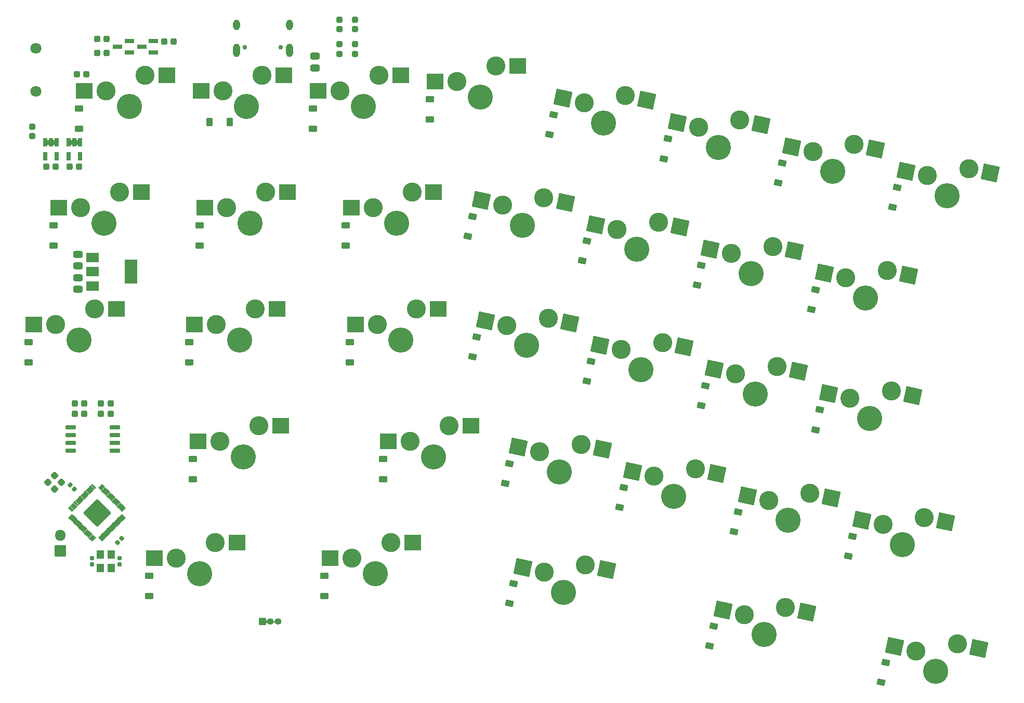
<source format=gbs>
G04 #@! TF.GenerationSoftware,KiCad,Pcbnew,(6.0.9)*
G04 #@! TF.CreationDate,2022-11-10T21:17:25+01:00*
G04 #@! TF.ProjectId,arisu,61726973-752e-46b6-9963-61645f706362,1.1*
G04 #@! TF.SameCoordinates,Original*
G04 #@! TF.FileFunction,Soldermask,Bot*
G04 #@! TF.FilePolarity,Negative*
%FSLAX46Y46*%
G04 Gerber Fmt 4.6, Leading zero omitted, Abs format (unit mm)*
G04 Created by KiCad (PCBNEW (6.0.9)) date 2022-11-10 21:17:25*
%MOMM*%
%LPD*%
G01*
G04 APERTURE LIST*
G04 Aperture macros list*
%AMRoundRect*
0 Rectangle with rounded corners*
0 $1 Rounding radius*
0 $2 $3 $4 $5 $6 $7 $8 $9 X,Y pos of 4 corners*
0 Add a 4 corners polygon primitive as box body*
4,1,4,$2,$3,$4,$5,$6,$7,$8,$9,$2,$3,0*
0 Add four circle primitives for the rounded corners*
1,1,$1+$1,$2,$3*
1,1,$1+$1,$4,$5*
1,1,$1+$1,$6,$7*
1,1,$1+$1,$8,$9*
0 Add four rect primitives between the rounded corners*
20,1,$1+$1,$2,$3,$4,$5,0*
20,1,$1+$1,$4,$5,$6,$7,0*
20,1,$1+$1,$6,$7,$8,$9,0*
20,1,$1+$1,$8,$9,$2,$3,0*%
G04 Aperture macros list end*
%ADD10RoundRect,0.051000X0.600000X-0.450000X0.600000X0.450000X-0.600000X0.450000X-0.600000X-0.450000X0*%
%ADD11RoundRect,0.051000X0.493328X-0.564913X0.680449X0.315419X-0.493328X0.564913X-0.680449X-0.315419X0*%
%ADD12RoundRect,0.051000X-1.000000X-0.750000X1.000000X-0.750000X1.000000X0.750000X-1.000000X0.750000X0*%
%ADD13RoundRect,0.051000X-1.000000X-1.900000X1.000000X-1.900000X1.000000X1.900000X-1.000000X1.900000X0*%
%ADD14RoundRect,0.276000X0.250000X-0.225000X0.250000X0.225000X-0.250000X0.225000X-0.250000X-0.225000X0*%
%ADD15RoundRect,0.276000X0.225000X0.250000X-0.225000X0.250000X-0.225000X-0.250000X0.225000X-0.250000X0*%
%ADD16RoundRect,0.276000X-0.225000X-0.250000X0.225000X-0.250000X0.225000X0.250000X-0.225000X0.250000X0*%
%ADD17O,1.102000X2.202000*%
%ADD18O,1.102000X1.702000*%
%ADD19C,0.752000*%
%ADD20RoundRect,0.051000X-0.500000X0.650000X-0.500000X-0.650000X0.500000X-0.650000X0.500000X0.650000X0*%
%ADD21RoundRect,0.301000X-0.475000X0.250000X-0.475000X-0.250000X0.475000X-0.250000X0.475000X0.250000X0*%
%ADD22RoundRect,0.301000X0.475000X-0.250000X0.475000X0.250000X-0.475000X0.250000X-0.475000X-0.250000X0*%
%ADD23RoundRect,0.191000X-0.021213X0.219203X-0.219203X0.021213X0.021213X-0.219203X0.219203X-0.021213X0*%
%ADD24RoundRect,0.191000X0.170000X-0.140000X0.170000X0.140000X-0.170000X0.140000X-0.170000X-0.140000X0*%
%ADD25RoundRect,0.191000X0.219203X0.021213X0.021213X0.219203X-0.219203X-0.021213X-0.021213X-0.219203X0*%
%ADD26RoundRect,0.201000X0.650000X0.150000X-0.650000X0.150000X-0.650000X-0.150000X0.650000X-0.150000X0*%
%ADD27RoundRect,0.201000X0.587500X0.150000X-0.587500X0.150000X-0.587500X-0.150000X0.587500X-0.150000X0*%
%ADD28RoundRect,0.201000X-0.150000X0.512500X-0.150000X-0.512500X0.150000X-0.512500X0.150000X0.512500X0*%
%ADD29C,0.902000*%
%ADD30RoundRect,0.051000X-1.275000X-1.250000X1.275000X-1.250000X1.275000X1.250000X-1.275000X1.250000X0*%
%ADD31C,3.102000*%
%ADD32C,4.102000*%
%ADD33C,0.702000*%
%ADD34RoundRect,0.195000X0.000000X2.059095X-2.059095X0.000000X0.000000X-2.059095X2.059095X0.000000X0*%
%ADD35RoundRect,0.101000X-0.238649X0.309359X-0.309359X0.238649X0.238649X-0.309359X0.309359X-0.238649X0*%
%ADD36RoundRect,0.101000X0.238649X0.309359X-0.309359X-0.238649X-0.238649X-0.309359X0.309359X0.238649X0*%
%ADD37RoundRect,0.051000X-1.507028X-0.957597X0.987249X-1.487772X1.507028X0.957597X-0.987249X1.487772X0*%
%ADD38C,1.802000*%
%ADD39RoundRect,0.051000X0.850000X0.850000X-0.850000X0.850000X-0.850000X-0.850000X0.850000X-0.850000X0*%
%ADD40O,1.802000X1.802000*%
%ADD41RoundRect,0.051000X0.450000X0.600000X-0.450000X0.600000X-0.450000X-0.600000X0.450000X-0.600000X0*%
%ADD42RoundRect,0.276000X-0.335876X-0.017678X-0.017678X-0.335876X0.335876X0.017678X0.017678X0.335876X0*%
%ADD43RoundRect,0.051000X0.500000X-0.500000X0.500000X0.500000X-0.500000X0.500000X-0.500000X-0.500000X0*%
%ADD44O,1.102000X1.102000*%
%ADD45RoundRect,0.191000X-0.170000X0.140000X-0.170000X-0.140000X0.170000X-0.140000X0.170000X0.140000X0*%
G04 APERTURE END LIST*
D10*
X74550001Y-90770002D03*
X74550001Y-87470002D03*
D11*
X125691173Y-59120261D03*
X126377281Y-55892373D03*
D12*
X27250001Y-59250001D03*
X27250001Y-56950001D03*
D13*
X33550001Y-56950001D03*
D12*
X27250001Y-54650001D03*
D14*
X67490000Y-17417860D03*
X67490000Y-15867860D03*
D15*
X26275001Y-24750001D03*
X24725001Y-24750001D03*
D11*
X126388840Y-78744155D03*
X127074948Y-75516267D03*
D10*
X82190001Y-32119615D03*
X82190001Y-28819615D03*
X16812502Y-71720000D03*
X16812502Y-68420000D03*
D16*
X24396575Y-78430910D03*
X25946575Y-78430910D03*
D11*
X144324884Y-63080986D03*
X145010992Y-59853098D03*
D17*
X59320000Y-20860021D03*
D18*
X59320000Y-16680021D03*
X50680000Y-16680021D03*
D17*
X50680000Y-20860021D03*
D19*
X57890000Y-20360021D03*
X52110000Y-20360021D03*
D20*
X30314214Y-103069596D03*
X30314214Y-105269596D03*
X28514214Y-105269596D03*
X28514214Y-103069596D03*
D15*
X40475000Y-19400000D03*
X38925000Y-19400000D03*
D21*
X24900003Y-54100000D03*
X24900003Y-56000000D03*
D11*
X120335123Y-38506184D03*
X121021231Y-35278296D03*
D22*
X63500002Y-23700001D03*
X63500002Y-21800001D03*
D15*
X29574999Y-19000001D03*
X28024999Y-19000001D03*
D11*
X138968836Y-42466902D03*
X139654944Y-39239014D03*
D23*
X32016367Y-100436073D03*
X31337545Y-101114895D03*
D11*
X127784195Y-117991910D03*
X128470303Y-114764022D03*
D16*
X19725002Y-39850001D03*
X21275002Y-39850001D03*
D21*
X24900001Y-57899999D03*
X24900001Y-59799999D03*
D11*
X150378631Y-103318950D03*
X151064739Y-100091062D03*
D10*
X36462501Y-109819999D03*
X36462501Y-106519999D03*
D24*
X27151474Y-104649598D03*
X27151474Y-103689598D03*
D15*
X29575001Y-21249999D03*
X28025001Y-21249999D03*
D11*
X157602547Y-46427616D03*
X158288655Y-43199728D03*
D25*
X24339412Y-92389412D03*
X23660590Y-91710590D03*
D10*
X63140001Y-33620001D03*
X63140001Y-30320001D03*
D26*
X30892895Y-82324186D03*
X30892895Y-83594186D03*
X30892895Y-84864186D03*
X30892895Y-86134186D03*
X23692895Y-86134186D03*
X23692895Y-84864186D03*
X23692895Y-83594186D03*
X23692895Y-82324186D03*
D14*
X70000000Y-21427859D03*
X70000000Y-19877859D03*
D11*
X131744921Y-99358223D03*
X132431029Y-96130335D03*
D27*
X33237502Y-19300001D03*
X33237502Y-21200001D03*
X31362502Y-20250001D03*
D10*
X44690003Y-52670000D03*
X44690003Y-49370000D03*
D16*
X28639216Y-80127966D03*
X30189216Y-80127966D03*
D10*
X69200003Y-71719999D03*
X69200003Y-68419999D03*
D11*
X107755131Y-74783427D03*
X108441239Y-71555539D03*
D28*
X23350001Y-35862500D03*
X24300001Y-35862500D03*
X25250001Y-35862500D03*
X25250001Y-38137500D03*
X23350001Y-38137500D03*
D11*
X107057463Y-55159533D03*
X107743571Y-51931645D03*
X88423753Y-51198807D03*
X89109861Y-47970919D03*
D16*
X23525001Y-39850000D03*
X25075001Y-39850000D03*
D10*
X43006249Y-71720001D03*
X43006249Y-68420001D03*
D14*
X67490000Y-21427859D03*
X67490000Y-19877859D03*
X70000000Y-17417860D03*
X70000000Y-15867860D03*
D11*
X113111214Y-95397496D03*
X113797322Y-92169608D03*
D29*
X70700001Y-66070001D03*
X69450001Y-64820001D03*
X69450001Y-66070001D03*
X70700001Y-64820001D03*
D30*
X70090001Y-65530001D03*
D29*
X84200001Y-62320001D03*
D30*
X83540001Y-62990001D03*
D29*
X82950001Y-62320001D03*
X84200001Y-63570001D03*
X82950001Y-63570001D03*
D31*
X73640001Y-65530001D03*
D32*
X77450001Y-68070001D03*
D31*
X79990001Y-62990001D03*
D29*
X44506250Y-64820001D03*
D30*
X43896250Y-65530001D03*
D29*
X43256250Y-64820001D03*
X43256250Y-66070001D03*
X44506250Y-66070001D03*
X56756250Y-62320001D03*
X56756250Y-63570001D03*
X58006250Y-62320001D03*
D30*
X57346250Y-62990001D03*
D29*
X58006250Y-63570001D03*
D31*
X53796250Y-62990001D03*
X47446250Y-65530001D03*
D32*
X51256250Y-68070001D03*
D33*
X28000001Y-94446878D03*
D34*
X28000001Y-96250000D03*
D33*
X28000001Y-98053122D03*
X26196879Y-96250000D03*
X28000001Y-96250000D03*
X27098440Y-97151561D03*
X28901562Y-95348439D03*
X28901562Y-97151561D03*
X27098440Y-95348439D03*
X29803123Y-96250000D03*
D35*
X27407799Y-91980843D03*
X27124956Y-92263686D03*
X26842114Y-92546528D03*
X26559271Y-92829371D03*
X26276428Y-93112214D03*
X25993586Y-93395056D03*
X25710743Y-93677899D03*
X25427900Y-93960742D03*
X25145057Y-94243585D03*
X24862215Y-94526427D03*
X24579372Y-94809270D03*
X24296529Y-95092113D03*
X24013687Y-95374955D03*
X23730844Y-95657798D03*
D36*
X23730844Y-96842202D03*
X24013687Y-97125045D03*
X24296529Y-97407887D03*
X24579372Y-97690730D03*
X24862215Y-97973573D03*
X25145057Y-98256415D03*
X25427900Y-98539258D03*
X25710743Y-98822101D03*
X25993586Y-99104944D03*
X26276428Y-99387786D03*
X26559271Y-99670629D03*
X26842114Y-99953472D03*
X27124956Y-100236314D03*
X27407799Y-100519157D03*
D35*
X28592203Y-100519157D03*
X28875046Y-100236314D03*
X29157888Y-99953472D03*
X29440731Y-99670629D03*
X29723574Y-99387786D03*
X30006416Y-99104944D03*
X30289259Y-98822101D03*
X30572102Y-98539258D03*
X30854945Y-98256415D03*
X31137787Y-97973573D03*
X31420630Y-97690730D03*
X31703473Y-97407887D03*
X31986315Y-97125045D03*
X32269158Y-96842202D03*
D36*
X32269158Y-95657798D03*
X31986315Y-95374955D03*
X31703473Y-95092113D03*
X31420630Y-94809270D03*
X31137787Y-94526427D03*
X30854945Y-94243585D03*
X30572102Y-93960742D03*
X30289259Y-93677899D03*
X30006416Y-93395056D03*
X29723574Y-93112214D03*
X29440731Y-92829371D03*
X29157888Y-92546528D03*
X28875046Y-92263686D03*
X28592203Y-91980843D03*
D10*
X25040002Y-33620002D03*
X25040002Y-30320002D03*
D29*
X66537501Y-102920003D03*
X66537501Y-104170003D03*
D30*
X65927501Y-103630003D03*
D29*
X65287501Y-104170003D03*
X65287501Y-102920003D03*
X78787501Y-101670003D03*
D30*
X79377501Y-101090003D03*
D29*
X78787501Y-100420003D03*
X80037501Y-100420003D03*
X80037501Y-101670003D03*
D32*
X73287501Y-106170003D03*
D31*
X75827501Y-101090003D03*
X69477501Y-103630003D03*
D29*
X45590000Y-27970001D03*
X44340000Y-27970001D03*
D30*
X44980000Y-27430001D03*
D29*
X44340000Y-26720001D03*
X45590000Y-26720001D03*
X57840000Y-25470001D03*
X57840000Y-24220001D03*
D30*
X58430000Y-24890001D03*
D29*
X59090000Y-25470001D03*
X59090000Y-24220001D03*
D32*
X52340000Y-29970001D03*
D31*
X54880000Y-24890001D03*
X48530000Y-27430001D03*
D37*
X128546364Y-72874460D03*
D29*
X127808078Y-73269596D03*
X128067967Y-72046912D03*
X129030762Y-73529486D03*
X129290652Y-72306801D03*
X141532849Y-73631035D03*
X143015424Y-72668240D03*
D37*
X142230545Y-73186377D03*
D29*
X142755534Y-73890925D03*
X141792739Y-72408351D03*
D32*
X135217435Y-76889185D03*
D31*
X132018788Y-73612547D03*
X138758121Y-72448291D03*
D29*
X114530452Y-89922939D03*
X115753136Y-90182829D03*
D37*
X115268738Y-89527803D03*
D29*
X116013026Y-88960144D03*
X114790341Y-88700255D03*
D37*
X128952919Y-89839720D03*
D29*
X128255223Y-90284378D03*
X128515113Y-89061694D03*
X129737798Y-89321583D03*
X129477908Y-90544268D03*
D31*
X118741162Y-90265890D03*
D32*
X121939809Y-93542528D03*
D31*
X125480495Y-89101634D03*
D29*
X147924362Y-76267530D03*
D37*
X147180074Y-76835189D03*
D29*
X146701677Y-76007641D03*
X147664472Y-77490215D03*
X146441788Y-77230325D03*
X160426449Y-76369080D03*
D37*
X160864255Y-77147106D03*
D29*
X161649134Y-76628969D03*
X160166559Y-77591764D03*
X161389244Y-77851654D03*
D31*
X150652498Y-77573276D03*
D32*
X153851145Y-80849914D03*
D31*
X157391831Y-76409020D03*
D29*
X129463324Y-111294667D03*
X130426119Y-112777241D03*
D37*
X129941721Y-112122215D03*
D29*
X130686009Y-111554556D03*
X129203435Y-112517351D03*
X143188096Y-111656106D03*
D37*
X143625902Y-112434132D03*
D29*
X144150891Y-113138680D03*
X142928206Y-112878790D03*
X144410781Y-111915995D03*
D31*
X133414145Y-112860302D03*
D32*
X136612792Y-116136940D03*
D31*
X140153478Y-111696046D03*
D29*
X147226697Y-56643637D03*
X145744123Y-57606432D03*
X146966807Y-57866322D03*
X146004012Y-56383748D03*
D37*
X146482409Y-57211296D03*
D29*
X159468894Y-57967871D03*
X160691579Y-58227761D03*
D37*
X160166590Y-57523213D03*
D29*
X159728784Y-56745187D03*
X160951469Y-57005076D03*
D31*
X149954833Y-57949383D03*
X156694166Y-56785127D03*
D32*
X153153480Y-61226021D03*
D29*
X157154007Y-118458422D03*
X158636581Y-117495627D03*
X158376691Y-118718312D03*
X157413896Y-117235738D03*
D37*
X157892293Y-118063286D03*
D29*
X172101463Y-119079751D03*
X170878778Y-118819861D03*
X172361353Y-117857066D03*
X171138668Y-117597177D03*
D37*
X171576474Y-118375203D03*
D32*
X164563364Y-122078011D03*
D31*
X161364717Y-118801373D03*
X168104050Y-117637117D03*
D29*
X127110413Y-53645704D03*
X127370302Y-52423020D03*
D37*
X127848699Y-53250568D03*
D29*
X128333097Y-53905594D03*
X128592987Y-52682909D03*
X141095074Y-52784459D03*
X142057869Y-54267033D03*
X140835184Y-54007143D03*
X142317759Y-53044348D03*
D37*
X141532880Y-53562485D03*
D31*
X131321123Y-53988655D03*
D32*
X134519770Y-57265293D03*
D31*
X138060456Y-52824399D03*
D29*
X121754360Y-33031625D03*
X122977044Y-33291515D03*
D37*
X122492646Y-32636489D03*
D29*
X122014249Y-31808941D03*
X123236934Y-32068830D03*
X136961706Y-32430269D03*
X135479131Y-33393064D03*
X135739021Y-32170380D03*
X136701816Y-33652954D03*
D37*
X136176827Y-32948406D03*
D31*
X125965070Y-33374576D03*
X132704403Y-32210320D03*
D32*
X129163717Y-36651214D03*
D14*
X17400000Y-34825001D03*
X17400000Y-33275001D03*
D29*
X17062501Y-66070000D03*
X17062501Y-64820000D03*
D30*
X17702501Y-65530000D03*
D29*
X18312501Y-64820000D03*
X18312501Y-66070000D03*
D30*
X31152501Y-62990000D03*
D29*
X30562501Y-62320000D03*
X31812501Y-62320000D03*
X30562501Y-63570000D03*
X31812501Y-63570000D03*
D31*
X27602501Y-62990000D03*
X21252501Y-65530000D03*
D32*
X25062501Y-68070000D03*
D38*
X18000000Y-20500000D03*
X18000000Y-27500000D03*
D30*
X21767498Y-46480002D03*
D29*
X22377498Y-45770002D03*
X21127498Y-47020002D03*
X22377498Y-47020002D03*
X21127498Y-45770002D03*
X34627498Y-44520002D03*
D30*
X35217498Y-43940002D03*
D29*
X35877498Y-44520002D03*
X35877498Y-43270002D03*
X34627498Y-43270002D03*
D32*
X29127498Y-49020002D03*
D31*
X25317498Y-46480002D03*
X31667498Y-43940002D03*
D16*
X24396576Y-80127966D03*
X25946576Y-80127966D03*
D10*
X68500001Y-52670002D03*
X68500001Y-49370002D03*
D39*
X22014923Y-102500000D03*
D40*
X22014923Y-99960000D03*
D11*
X89121422Y-70822701D03*
X89807530Y-67594813D03*
X95175204Y-111060657D03*
X95861312Y-107832769D03*
D41*
X49650002Y-32500002D03*
X46350002Y-32500002D03*
D11*
X94477504Y-91436770D03*
X95163612Y-88208882D03*
X101701413Y-34545466D03*
X102387521Y-31317578D03*
X145022552Y-82704882D03*
X145708660Y-79476994D03*
D10*
X20877501Y-52669999D03*
X20877501Y-49369999D03*
D29*
X83690002Y-26469612D03*
X82440002Y-26469612D03*
X82440002Y-25219612D03*
D30*
X83080002Y-25929612D03*
D29*
X83690002Y-25219612D03*
X95940002Y-22719612D03*
D30*
X96530002Y-23389612D03*
D29*
X97190002Y-23969612D03*
X97190002Y-22719612D03*
X95940002Y-23969612D03*
D32*
X90440002Y-28469612D03*
D31*
X86630002Y-25929612D03*
X92980002Y-23389612D03*
D29*
X64640001Y-26720000D03*
X64640001Y-27970000D03*
X63390001Y-26720000D03*
X63390001Y-27970000D03*
D30*
X64030001Y-27430000D03*
X77480001Y-24890000D03*
D29*
X76890001Y-24220000D03*
X76890001Y-25470000D03*
X78140001Y-25470000D03*
X78140001Y-24220000D03*
D31*
X67580001Y-27430000D03*
D32*
X71390001Y-29970000D03*
D31*
X73930001Y-24890000D03*
D29*
X109434257Y-68086187D03*
X110656942Y-68346076D03*
D37*
X109912654Y-68913735D03*
D29*
X110397052Y-69568761D03*
X109174368Y-69308871D03*
X124121824Y-69930200D03*
X122899139Y-69670310D03*
D37*
X123596835Y-69225652D03*
D29*
X123159029Y-68447626D03*
X124381714Y-68707515D03*
D32*
X116583725Y-72928460D03*
D31*
X113385078Y-69651822D03*
X120124411Y-68487566D03*
D29*
X108476702Y-49684975D03*
D37*
X109214988Y-49289839D03*
D29*
X109699386Y-49944865D03*
X109959276Y-48722180D03*
X108736591Y-48462291D03*
X122201473Y-50046414D03*
X123684048Y-49083619D03*
D37*
X122899169Y-49601756D03*
D29*
X123424158Y-50306304D03*
X122461363Y-48823730D03*
D31*
X112687412Y-50027926D03*
X119426745Y-48863670D03*
D32*
X115886059Y-53304564D03*
D29*
X96854330Y-104363415D03*
X98077015Y-104623304D03*
X96594441Y-105586099D03*
X97817125Y-105845989D03*
D37*
X97332727Y-105190963D03*
X111016908Y-105502880D03*
D29*
X111801787Y-104984743D03*
X110319212Y-105947538D03*
X110579102Y-104724854D03*
X111541897Y-106207428D03*
D31*
X100805151Y-105929050D03*
X107544484Y-104764794D03*
D32*
X104003798Y-109205688D03*
D29*
X74800002Y-83870001D03*
D30*
X75440002Y-84580001D03*
D29*
X76050002Y-85120001D03*
X76050002Y-83870001D03*
X74800002Y-85120001D03*
D30*
X88890002Y-82040001D03*
D29*
X89550002Y-82620001D03*
X88300002Y-82620001D03*
X89550002Y-81370001D03*
X88300002Y-81370001D03*
D31*
X85340002Y-82040001D03*
D32*
X82800002Y-87120001D03*
D31*
X78990002Y-84580001D03*
D29*
X44940001Y-45770002D03*
X46190001Y-45770002D03*
X46190001Y-47020002D03*
X44940001Y-47020002D03*
D30*
X45580001Y-46480002D03*
X59030001Y-43940002D03*
D29*
X59690001Y-43270002D03*
X58440001Y-44520002D03*
X59690001Y-44520002D03*
X58440001Y-43270002D03*
D31*
X55480001Y-43940002D03*
D32*
X52940001Y-49020002D03*
D31*
X49130001Y-46480002D03*
D29*
X95896740Y-85962213D03*
X97379314Y-84999418D03*
D37*
X96635026Y-85567077D03*
D29*
X96156629Y-84739529D03*
X97119424Y-86222103D03*
X109621511Y-86323652D03*
X111104086Y-85360857D03*
D37*
X110319207Y-85878994D03*
D29*
X110844196Y-86583542D03*
X109881401Y-85100968D03*
D32*
X103306097Y-89581802D03*
D31*
X100107450Y-86305164D03*
X106846783Y-85140908D03*
D29*
X89842993Y-45724251D03*
X91325567Y-44761456D03*
D37*
X90581279Y-45329115D03*
D29*
X91065677Y-45984141D03*
X90102882Y-44501567D03*
X105050339Y-45122895D03*
X104790449Y-46345580D03*
X103567764Y-46085690D03*
X103827654Y-44863006D03*
D37*
X104265460Y-45641032D03*
D31*
X94053703Y-46067202D03*
D32*
X97252350Y-49343840D03*
D31*
X100793036Y-44902946D03*
D29*
X45093752Y-85120001D03*
X43843752Y-83870001D03*
X45093752Y-83870001D03*
X43843752Y-85120001D03*
D30*
X44483752Y-84580001D03*
X57933752Y-82040001D03*
D29*
X58593752Y-82620001D03*
X57343752Y-81370001D03*
X58593752Y-81370001D03*
X57343752Y-82620001D03*
D31*
X48033752Y-84580001D03*
X54383752Y-82040001D03*
D32*
X51843752Y-87120001D03*
D37*
X103858936Y-28675772D03*
D29*
X103380539Y-27848224D03*
X104603224Y-28108113D03*
X103120650Y-29070908D03*
X104343334Y-29330798D03*
X118327996Y-28469552D03*
X116845421Y-29432347D03*
D37*
X117543117Y-28987689D03*
D29*
X118068106Y-29692237D03*
X117105311Y-28209663D03*
D31*
X107331360Y-29413859D03*
X114070693Y-28249603D03*
D32*
X110530007Y-32690497D03*
D29*
X26540001Y-26720003D03*
X26540001Y-27970003D03*
X25290001Y-27970003D03*
D30*
X25930001Y-27430003D03*
D29*
X25290001Y-26720003D03*
X40040001Y-25470003D03*
X38790001Y-24220003D03*
X38790001Y-25470003D03*
D30*
X39380001Y-24890003D03*
D29*
X40040001Y-24220003D03*
D31*
X29480001Y-27430003D03*
D32*
X33290001Y-29970003D03*
D31*
X35830001Y-24890003D03*
D10*
X65037500Y-109820002D03*
X65037500Y-106520002D03*
D29*
X70000001Y-45769999D03*
X68750001Y-47019999D03*
X70000001Y-47019999D03*
X68750001Y-45769999D03*
D30*
X69390001Y-46479999D03*
D29*
X82250001Y-43269999D03*
X83500001Y-44519999D03*
X83500001Y-43269999D03*
D30*
X82840001Y-43939999D03*
D29*
X82250001Y-44519999D03*
D32*
X76750001Y-49019999D03*
D31*
X72940001Y-46479999D03*
X79290001Y-43939999D03*
D15*
X30189214Y-78430910D03*
X28639214Y-78430910D03*
D42*
X19956661Y-91317932D03*
X21052677Y-92413948D03*
D30*
X37352503Y-103629999D03*
D29*
X37962503Y-102919999D03*
X37962503Y-104169999D03*
X36712503Y-102919999D03*
X36712503Y-104169999D03*
X50212503Y-101669999D03*
X51462503Y-100419999D03*
X51462503Y-101669999D03*
D30*
X50802503Y-101089999D03*
D29*
X50212503Y-100419999D03*
D31*
X40902503Y-103629999D03*
X47252503Y-101089999D03*
D32*
X44712503Y-106169999D03*
D42*
X21088032Y-90186559D03*
X22184048Y-91282575D03*
D29*
X141870647Y-36029549D03*
D37*
X141126359Y-36597208D03*
D29*
X140388073Y-36992344D03*
X141610757Y-37252234D03*
X140647962Y-35769660D03*
X155335529Y-37613673D03*
X155595419Y-36390988D03*
X154372734Y-36131099D03*
X154112844Y-37353783D03*
D37*
X154810540Y-36909125D03*
D31*
X151338116Y-36171039D03*
D32*
X147797430Y-40611933D03*
D31*
X144598783Y-37335295D03*
D10*
X43593750Y-90769997D03*
X43593750Y-87469997D03*
D28*
X19550000Y-35862501D03*
X20500000Y-35862501D03*
X21450000Y-35862501D03*
X21450000Y-38137501D03*
X19550000Y-38137501D03*
D43*
X54960000Y-114000000D03*
D44*
X56230000Y-114000000D03*
X57500000Y-114000000D03*
D37*
X133902446Y-93488531D03*
D29*
X133424049Y-92660983D03*
X134646734Y-92920872D03*
X133164160Y-93883667D03*
X134386844Y-94143557D03*
D37*
X147586627Y-93800448D03*
D29*
X148111616Y-94504996D03*
X147148821Y-93022422D03*
X146888931Y-94245106D03*
X148371506Y-93282311D03*
D31*
X144114203Y-93062362D03*
X137374870Y-94226618D03*
D32*
X140573517Y-97503256D03*
D29*
X92023234Y-64385350D03*
X90540660Y-65348145D03*
D37*
X91278946Y-64953009D03*
D29*
X90800549Y-64125461D03*
X91763344Y-65608035D03*
X105748006Y-64746789D03*
X105488116Y-65969474D03*
X104265431Y-65709584D03*
X104525321Y-64486900D03*
D37*
X104963127Y-65264926D03*
D31*
X94751370Y-65691096D03*
D32*
X97950017Y-68967734D03*
D31*
X101490703Y-64526840D03*
D37*
X152536156Y-97449257D03*
D29*
X152057759Y-96621709D03*
X153280444Y-96881598D03*
X151797870Y-97844393D03*
X153020554Y-98104283D03*
D37*
X166220337Y-97761174D03*
D29*
X165782531Y-96983148D03*
X166745326Y-98465722D03*
X165522641Y-98205832D03*
X167005216Y-97243037D03*
D32*
X159207227Y-101463982D03*
D31*
X156008580Y-98187344D03*
X162747913Y-97023088D03*
D11*
X155734770Y-123932979D03*
X156420878Y-120705091D03*
D29*
X160504359Y-39990265D03*
X159281674Y-39730376D03*
X159021785Y-40953060D03*
D37*
X159760071Y-40557924D03*
D29*
X160244469Y-41212950D03*
D37*
X173444252Y-40869841D03*
D29*
X173006446Y-40091815D03*
X172746556Y-41314499D03*
X173969241Y-41574389D03*
X174229131Y-40351704D03*
D31*
X169971828Y-40131755D03*
X163232495Y-41296011D03*
D32*
X166431142Y-44572649D03*
D45*
X31676957Y-103689595D03*
X31676957Y-104649595D03*
D27*
X37137500Y-19300001D03*
X37137500Y-21200001D03*
X35262500Y-20250001D03*
G36*
X55512919Y-113677494D02*
G01*
X55532595Y-113744506D01*
X55584938Y-113789861D01*
X55653491Y-113799718D01*
X55716647Y-113770875D01*
X55736702Y-113748677D01*
X55746422Y-113734846D01*
X55748236Y-113734004D01*
X55749872Y-113735154D01*
X55749906Y-113736761D01*
X55699724Y-113857913D01*
X55681017Y-114000000D01*
X55699724Y-114142087D01*
X55747659Y-114257814D01*
X55747398Y-114259797D01*
X55745550Y-114260562D01*
X55744151Y-114259694D01*
X55738251Y-114250913D01*
X55684761Y-114206448D01*
X55616020Y-114197997D01*
X55553623Y-114228051D01*
X55517294Y-114287209D01*
X55512982Y-114319541D01*
X55511762Y-114321126D01*
X55509780Y-114320862D01*
X55509000Y-114319277D01*
X55509000Y-113678057D01*
X55510000Y-113676325D01*
X55512000Y-113676325D01*
X55512919Y-113677494D01*
G37*
G36*
X56752126Y-113827952D02*
G01*
X56791629Y-113880254D01*
X56856626Y-113904179D01*
X56924236Y-113889167D01*
X56972969Y-113840016D01*
X56974898Y-113839490D01*
X56976319Y-113840898D01*
X56976237Y-113842189D01*
X56969724Y-113857913D01*
X56951017Y-114000000D01*
X56969724Y-114142087D01*
X56981686Y-114170967D01*
X56981425Y-114172950D01*
X56979577Y-114173715D01*
X56978230Y-114172921D01*
X56939662Y-114120731D01*
X56874921Y-114096125D01*
X56807156Y-114110428D01*
X56757713Y-114159262D01*
X56755980Y-114162906D01*
X56754333Y-114164041D01*
X56752527Y-114163182D01*
X56752326Y-114161282D01*
X56760276Y-114142087D01*
X56778983Y-114000000D01*
X56760276Y-113857913D01*
X56748682Y-113829922D01*
X56748943Y-113827939D01*
X56750791Y-113827174D01*
X56752126Y-113827952D01*
G37*
G36*
X28467230Y-100002319D02*
G01*
X28467873Y-100003433D01*
X28474260Y-100035538D01*
X28495823Y-100067809D01*
X29043551Y-100615537D01*
X29075822Y-100637100D01*
X29107927Y-100643487D01*
X29109431Y-100644806D01*
X29109041Y-100646768D01*
X29107927Y-100647411D01*
X29101545Y-100648680D01*
X29039929Y-100680910D01*
X29004566Y-100745673D01*
X29003300Y-100752038D01*
X29001981Y-100753542D01*
X29000019Y-100753152D01*
X28999376Y-100752038D01*
X28992989Y-100719933D01*
X28971426Y-100687662D01*
X28423698Y-100139934D01*
X28391427Y-100118371D01*
X28359322Y-100111984D01*
X28357818Y-100110665D01*
X28358208Y-100108703D01*
X28359322Y-100108060D01*
X28365704Y-100106791D01*
X28427320Y-100074561D01*
X28462683Y-100009798D01*
X28463949Y-100003433D01*
X28465268Y-100001929D01*
X28467230Y-100002319D01*
G37*
G36*
X27535410Y-100002319D02*
G01*
X27536053Y-100003433D01*
X27537322Y-100009815D01*
X27569552Y-100071431D01*
X27634315Y-100106794D01*
X27640680Y-100108060D01*
X27642184Y-100109379D01*
X27641794Y-100111341D01*
X27640680Y-100111984D01*
X27608575Y-100118371D01*
X27576304Y-100139934D01*
X27028576Y-100687662D01*
X27007013Y-100719933D01*
X27000626Y-100752038D01*
X26999307Y-100753542D01*
X26997345Y-100753152D01*
X26996702Y-100752038D01*
X26995433Y-100745656D01*
X26963203Y-100684040D01*
X26898440Y-100648677D01*
X26892075Y-100647411D01*
X26890571Y-100646092D01*
X26890961Y-100644130D01*
X26892075Y-100643487D01*
X26924180Y-100637100D01*
X26956451Y-100615537D01*
X27504179Y-100067809D01*
X27525742Y-100035538D01*
X27532129Y-100003433D01*
X27533448Y-100001929D01*
X27535410Y-100002319D01*
G37*
G36*
X27252568Y-99719477D02*
G01*
X27253211Y-99720591D01*
X27254480Y-99726972D01*
X27286710Y-99788588D01*
X27351473Y-99823951D01*
X27357837Y-99825217D01*
X27359341Y-99826536D01*
X27358951Y-99828498D01*
X27357837Y-99829141D01*
X27325732Y-99835528D01*
X27293461Y-99857091D01*
X26745733Y-100404819D01*
X26724170Y-100437090D01*
X26717783Y-100469195D01*
X26716464Y-100470699D01*
X26714502Y-100470309D01*
X26713859Y-100469195D01*
X26712590Y-100462814D01*
X26680360Y-100401198D01*
X26615597Y-100365835D01*
X26609233Y-100364569D01*
X26607729Y-100363250D01*
X26608119Y-100361288D01*
X26609233Y-100360645D01*
X26641338Y-100354258D01*
X26673609Y-100332695D01*
X27221337Y-99784967D01*
X27242900Y-99752696D01*
X27249287Y-99720591D01*
X27250606Y-99719087D01*
X27252568Y-99719477D01*
G37*
G36*
X28750072Y-99719477D02*
G01*
X28750715Y-99720591D01*
X28757102Y-99752696D01*
X28778665Y-99784967D01*
X29326393Y-100332695D01*
X29358664Y-100354258D01*
X29390769Y-100360645D01*
X29392273Y-100361964D01*
X29391883Y-100363926D01*
X29390769Y-100364569D01*
X29384388Y-100365838D01*
X29322772Y-100398068D01*
X29287409Y-100462831D01*
X29286143Y-100469195D01*
X29284824Y-100470699D01*
X29282862Y-100470309D01*
X29282219Y-100469195D01*
X29275832Y-100437090D01*
X29254269Y-100404819D01*
X28706541Y-99857091D01*
X28674270Y-99835528D01*
X28642165Y-99829141D01*
X28640661Y-99827822D01*
X28641051Y-99825860D01*
X28642165Y-99825217D01*
X28648546Y-99823948D01*
X28710162Y-99791718D01*
X28745525Y-99726955D01*
X28746791Y-99720591D01*
X28748110Y-99719087D01*
X28750072Y-99719477D01*
G37*
G36*
X26969725Y-99436634D02*
G01*
X26970368Y-99437748D01*
X26971637Y-99444130D01*
X27003867Y-99505746D01*
X27068630Y-99541109D01*
X27074995Y-99542375D01*
X27076499Y-99543694D01*
X27076109Y-99545656D01*
X27074995Y-99546299D01*
X27042890Y-99552686D01*
X27010619Y-99574249D01*
X26462891Y-100121977D01*
X26441328Y-100154248D01*
X26434941Y-100186353D01*
X26433622Y-100187857D01*
X26431660Y-100187467D01*
X26431017Y-100186353D01*
X26429748Y-100179971D01*
X26397518Y-100118355D01*
X26332755Y-100082992D01*
X26326390Y-100081726D01*
X26324886Y-100080407D01*
X26325276Y-100078445D01*
X26326390Y-100077802D01*
X26358495Y-100071415D01*
X26390766Y-100049852D01*
X26938494Y-99502124D01*
X26960057Y-99469853D01*
X26966444Y-99437748D01*
X26967763Y-99436244D01*
X26969725Y-99436634D01*
G37*
G36*
X29032915Y-99436634D02*
G01*
X29033558Y-99437748D01*
X29039945Y-99469853D01*
X29061508Y-99502124D01*
X29609236Y-100049852D01*
X29641507Y-100071415D01*
X29673612Y-100077802D01*
X29675116Y-100079121D01*
X29674726Y-100081083D01*
X29673612Y-100081726D01*
X29667230Y-100082995D01*
X29605614Y-100115225D01*
X29570251Y-100179988D01*
X29568985Y-100186353D01*
X29567666Y-100187857D01*
X29565704Y-100187467D01*
X29565061Y-100186353D01*
X29558674Y-100154248D01*
X29537111Y-100121977D01*
X28989383Y-99574249D01*
X28957112Y-99552686D01*
X28925007Y-99546299D01*
X28923503Y-99544980D01*
X28923893Y-99543018D01*
X28925007Y-99542375D01*
X28931389Y-99541106D01*
X28993005Y-99508876D01*
X29028368Y-99444113D01*
X29029634Y-99437748D01*
X29030953Y-99436244D01*
X29032915Y-99436634D01*
G37*
G36*
X29315758Y-99153791D02*
G01*
X29316401Y-99154905D01*
X29322788Y-99187010D01*
X29344351Y-99219281D01*
X29892079Y-99767009D01*
X29924350Y-99788572D01*
X29956455Y-99794959D01*
X29957959Y-99796278D01*
X29957569Y-99798240D01*
X29956455Y-99798883D01*
X29950073Y-99800152D01*
X29888457Y-99832382D01*
X29853094Y-99897145D01*
X29851828Y-99903510D01*
X29850509Y-99905014D01*
X29848547Y-99904624D01*
X29847904Y-99903510D01*
X29841517Y-99871405D01*
X29819954Y-99839134D01*
X29272226Y-99291406D01*
X29239955Y-99269843D01*
X29207850Y-99263456D01*
X29206346Y-99262137D01*
X29206736Y-99260175D01*
X29207850Y-99259532D01*
X29214232Y-99258263D01*
X29275848Y-99226033D01*
X29311211Y-99161270D01*
X29312477Y-99154905D01*
X29313796Y-99153401D01*
X29315758Y-99153791D01*
G37*
G36*
X26686882Y-99153791D02*
G01*
X26687525Y-99154905D01*
X26688794Y-99161287D01*
X26721024Y-99222903D01*
X26785787Y-99258266D01*
X26792152Y-99259532D01*
X26793656Y-99260851D01*
X26793266Y-99262813D01*
X26792152Y-99263456D01*
X26760047Y-99269843D01*
X26727776Y-99291406D01*
X26180048Y-99839134D01*
X26158485Y-99871405D01*
X26152098Y-99903510D01*
X26150779Y-99905014D01*
X26148817Y-99904624D01*
X26148174Y-99903510D01*
X26146905Y-99897128D01*
X26114675Y-99835512D01*
X26049912Y-99800149D01*
X26043547Y-99798883D01*
X26042043Y-99797564D01*
X26042433Y-99795602D01*
X26043547Y-99794959D01*
X26075652Y-99788572D01*
X26107923Y-99767009D01*
X26655651Y-99219281D01*
X26677214Y-99187010D01*
X26683601Y-99154905D01*
X26684920Y-99153401D01*
X26686882Y-99153791D01*
G37*
G36*
X26404040Y-98870949D02*
G01*
X26404683Y-98872063D01*
X26405952Y-98878444D01*
X26438182Y-98940060D01*
X26502945Y-98975423D01*
X26509309Y-98976689D01*
X26510813Y-98978008D01*
X26510423Y-98979970D01*
X26509309Y-98980613D01*
X26477204Y-98987000D01*
X26444933Y-99008563D01*
X25897205Y-99556291D01*
X25875642Y-99588562D01*
X25869255Y-99620667D01*
X25867936Y-99622171D01*
X25865974Y-99621781D01*
X25865331Y-99620667D01*
X25864062Y-99614286D01*
X25831832Y-99552670D01*
X25767069Y-99517307D01*
X25760705Y-99516041D01*
X25759201Y-99514722D01*
X25759591Y-99512760D01*
X25760705Y-99512117D01*
X25792810Y-99505730D01*
X25825081Y-99484167D01*
X26372809Y-98936439D01*
X26394372Y-98904168D01*
X26400759Y-98872063D01*
X26402078Y-98870559D01*
X26404040Y-98870949D01*
G37*
G36*
X29598600Y-98870949D02*
G01*
X29599243Y-98872063D01*
X29605630Y-98904168D01*
X29627193Y-98936439D01*
X30174921Y-99484167D01*
X30207192Y-99505730D01*
X30239297Y-99512117D01*
X30240801Y-99513436D01*
X30240411Y-99515398D01*
X30239297Y-99516041D01*
X30232916Y-99517310D01*
X30171300Y-99549540D01*
X30135937Y-99614303D01*
X30134671Y-99620667D01*
X30133352Y-99622171D01*
X30131390Y-99621781D01*
X30130747Y-99620667D01*
X30124360Y-99588562D01*
X30102797Y-99556291D01*
X29555069Y-99008563D01*
X29522798Y-98987000D01*
X29490693Y-98980613D01*
X29489189Y-98979294D01*
X29489579Y-98977332D01*
X29490693Y-98976689D01*
X29497074Y-98975420D01*
X29558690Y-98943190D01*
X29594053Y-98878427D01*
X29595319Y-98872063D01*
X29596638Y-98870559D01*
X29598600Y-98870949D01*
G37*
G36*
X26121197Y-98588106D02*
G01*
X26121840Y-98589220D01*
X26123109Y-98595602D01*
X26155339Y-98657218D01*
X26220102Y-98692581D01*
X26226467Y-98693847D01*
X26227971Y-98695166D01*
X26227581Y-98697128D01*
X26226467Y-98697771D01*
X26194362Y-98704158D01*
X26162091Y-98725721D01*
X25614363Y-99273449D01*
X25592800Y-99305720D01*
X25586413Y-99337825D01*
X25585094Y-99339329D01*
X25583132Y-99338939D01*
X25582489Y-99337825D01*
X25581220Y-99331443D01*
X25548990Y-99269827D01*
X25484227Y-99234464D01*
X25477862Y-99233198D01*
X25476358Y-99231879D01*
X25476748Y-99229917D01*
X25477862Y-99229274D01*
X25509967Y-99222887D01*
X25542238Y-99201324D01*
X26089966Y-98653596D01*
X26111529Y-98621325D01*
X26117916Y-98589220D01*
X26119235Y-98587716D01*
X26121197Y-98588106D01*
G37*
G36*
X29881443Y-98588106D02*
G01*
X29882086Y-98589220D01*
X29888473Y-98621325D01*
X29910036Y-98653596D01*
X30457764Y-99201324D01*
X30490035Y-99222887D01*
X30522140Y-99229274D01*
X30523644Y-99230593D01*
X30523254Y-99232555D01*
X30522140Y-99233198D01*
X30515758Y-99234467D01*
X30454142Y-99266697D01*
X30418779Y-99331460D01*
X30417513Y-99337825D01*
X30416194Y-99339329D01*
X30414232Y-99338939D01*
X30413589Y-99337825D01*
X30407202Y-99305720D01*
X30385639Y-99273449D01*
X29837911Y-98725721D01*
X29805640Y-98704158D01*
X29773535Y-98697771D01*
X29772031Y-98696452D01*
X29772421Y-98694490D01*
X29773535Y-98693847D01*
X29779917Y-98692578D01*
X29841533Y-98660348D01*
X29876896Y-98595585D01*
X29878162Y-98589220D01*
X29879481Y-98587716D01*
X29881443Y-98588106D01*
G37*
G36*
X25838354Y-98305263D02*
G01*
X25838997Y-98306377D01*
X25840266Y-98312759D01*
X25872496Y-98374375D01*
X25937259Y-98409738D01*
X25943624Y-98411004D01*
X25945128Y-98412323D01*
X25944738Y-98414285D01*
X25943624Y-98414928D01*
X25911519Y-98421315D01*
X25879248Y-98442878D01*
X25331520Y-98990606D01*
X25309957Y-99022877D01*
X25303570Y-99054982D01*
X25302251Y-99056486D01*
X25300289Y-99056096D01*
X25299646Y-99054982D01*
X25298377Y-99048600D01*
X25266147Y-98986984D01*
X25201384Y-98951621D01*
X25195019Y-98950355D01*
X25193515Y-98949036D01*
X25193905Y-98947074D01*
X25195019Y-98946431D01*
X25227124Y-98940044D01*
X25259395Y-98918481D01*
X25807123Y-98370753D01*
X25828686Y-98338482D01*
X25835073Y-98306377D01*
X25836392Y-98304873D01*
X25838354Y-98305263D01*
G37*
G36*
X30164286Y-98305263D02*
G01*
X30164929Y-98306377D01*
X30171316Y-98338482D01*
X30192879Y-98370753D01*
X30740607Y-98918481D01*
X30772878Y-98940044D01*
X30804983Y-98946431D01*
X30806487Y-98947750D01*
X30806097Y-98949712D01*
X30804983Y-98950355D01*
X30798601Y-98951624D01*
X30736985Y-98983854D01*
X30701622Y-99048617D01*
X30700356Y-99054982D01*
X30699037Y-99056486D01*
X30697075Y-99056096D01*
X30696432Y-99054982D01*
X30690045Y-99022877D01*
X30668482Y-98990606D01*
X30120754Y-98442878D01*
X30088483Y-98421315D01*
X30056378Y-98414928D01*
X30054874Y-98413609D01*
X30055264Y-98411647D01*
X30056378Y-98411004D01*
X30062760Y-98409735D01*
X30124376Y-98377505D01*
X30159739Y-98312742D01*
X30161005Y-98306377D01*
X30162324Y-98304873D01*
X30164286Y-98305263D01*
G37*
G36*
X30447129Y-98022420D02*
G01*
X30447772Y-98023534D01*
X30454159Y-98055639D01*
X30475722Y-98087910D01*
X31023450Y-98635638D01*
X31055721Y-98657201D01*
X31087826Y-98663588D01*
X31089330Y-98664907D01*
X31088940Y-98666869D01*
X31087826Y-98667512D01*
X31081444Y-98668781D01*
X31019828Y-98701011D01*
X30984465Y-98765774D01*
X30983199Y-98772139D01*
X30981880Y-98773643D01*
X30979918Y-98773253D01*
X30979275Y-98772139D01*
X30972888Y-98740034D01*
X30951325Y-98707763D01*
X30403597Y-98160035D01*
X30371326Y-98138472D01*
X30339221Y-98132085D01*
X30337717Y-98130766D01*
X30338107Y-98128804D01*
X30339221Y-98128161D01*
X30345603Y-98126892D01*
X30407219Y-98094662D01*
X30442582Y-98029899D01*
X30443848Y-98023534D01*
X30445167Y-98022030D01*
X30447129Y-98022420D01*
G37*
G36*
X25555511Y-98022420D02*
G01*
X25556154Y-98023534D01*
X25557423Y-98029916D01*
X25589653Y-98091532D01*
X25654416Y-98126895D01*
X25660781Y-98128161D01*
X25662285Y-98129480D01*
X25661895Y-98131442D01*
X25660781Y-98132085D01*
X25628676Y-98138472D01*
X25596405Y-98160035D01*
X25048677Y-98707763D01*
X25027114Y-98740034D01*
X25020727Y-98772139D01*
X25019408Y-98773643D01*
X25017446Y-98773253D01*
X25016803Y-98772139D01*
X25015534Y-98765757D01*
X24983304Y-98704141D01*
X24918541Y-98668778D01*
X24912176Y-98667512D01*
X24910672Y-98666193D01*
X24911062Y-98664231D01*
X24912176Y-98663588D01*
X24944281Y-98657201D01*
X24976552Y-98635638D01*
X25524280Y-98087910D01*
X25545843Y-98055639D01*
X25552230Y-98023534D01*
X25553549Y-98022030D01*
X25555511Y-98022420D01*
G37*
G36*
X30729971Y-97739578D02*
G01*
X30730614Y-97740692D01*
X30737001Y-97772797D01*
X30758564Y-97805068D01*
X31306292Y-98352796D01*
X31338563Y-98374359D01*
X31370668Y-98380746D01*
X31372172Y-98382065D01*
X31371782Y-98384027D01*
X31370668Y-98384670D01*
X31364287Y-98385939D01*
X31302671Y-98418169D01*
X31267308Y-98482932D01*
X31266042Y-98489296D01*
X31264723Y-98490800D01*
X31262761Y-98490410D01*
X31262118Y-98489296D01*
X31255731Y-98457191D01*
X31234168Y-98424920D01*
X30686440Y-97877192D01*
X30654169Y-97855629D01*
X30622064Y-97849242D01*
X30620560Y-97847923D01*
X30620950Y-97845961D01*
X30622064Y-97845318D01*
X30628445Y-97844049D01*
X30690061Y-97811819D01*
X30725424Y-97747056D01*
X30726690Y-97740692D01*
X30728009Y-97739188D01*
X30729971Y-97739578D01*
G37*
G36*
X25272669Y-97739578D02*
G01*
X25273312Y-97740692D01*
X25274581Y-97747073D01*
X25306811Y-97808689D01*
X25371574Y-97844052D01*
X25377938Y-97845318D01*
X25379442Y-97846637D01*
X25379052Y-97848599D01*
X25377938Y-97849242D01*
X25345833Y-97855629D01*
X25313562Y-97877192D01*
X24765834Y-98424920D01*
X24744271Y-98457191D01*
X24737884Y-98489296D01*
X24736565Y-98490800D01*
X24734603Y-98490410D01*
X24733960Y-98489296D01*
X24732691Y-98482915D01*
X24700461Y-98421299D01*
X24635698Y-98385936D01*
X24629334Y-98384670D01*
X24627830Y-98383351D01*
X24628220Y-98381389D01*
X24629334Y-98380746D01*
X24661439Y-98374359D01*
X24693710Y-98352796D01*
X25241438Y-97805068D01*
X25263001Y-97772797D01*
X25269388Y-97740692D01*
X25270707Y-97739188D01*
X25272669Y-97739578D01*
G37*
G36*
X31012814Y-97456735D02*
G01*
X31013457Y-97457849D01*
X31019844Y-97489954D01*
X31041407Y-97522225D01*
X31589135Y-98069953D01*
X31621406Y-98091516D01*
X31653511Y-98097903D01*
X31655015Y-98099222D01*
X31654625Y-98101184D01*
X31653511Y-98101827D01*
X31647129Y-98103096D01*
X31585513Y-98135326D01*
X31550150Y-98200089D01*
X31548884Y-98206454D01*
X31547565Y-98207958D01*
X31545603Y-98207568D01*
X31544960Y-98206454D01*
X31538573Y-98174349D01*
X31517010Y-98142078D01*
X30969282Y-97594350D01*
X30937011Y-97572787D01*
X30904906Y-97566400D01*
X30903402Y-97565081D01*
X30903792Y-97563119D01*
X30904906Y-97562476D01*
X30911288Y-97561207D01*
X30972904Y-97528977D01*
X31008267Y-97464214D01*
X31009533Y-97457849D01*
X31010852Y-97456345D01*
X31012814Y-97456735D01*
G37*
G36*
X24989826Y-97456735D02*
G01*
X24990469Y-97457849D01*
X24991738Y-97464231D01*
X25023968Y-97525847D01*
X25088731Y-97561210D01*
X25095096Y-97562476D01*
X25096600Y-97563795D01*
X25096210Y-97565757D01*
X25095096Y-97566400D01*
X25062991Y-97572787D01*
X25030720Y-97594350D01*
X24482992Y-98142078D01*
X24461429Y-98174349D01*
X24455042Y-98206454D01*
X24453723Y-98207958D01*
X24451761Y-98207568D01*
X24451118Y-98206454D01*
X24449849Y-98200072D01*
X24417619Y-98138456D01*
X24352856Y-98103093D01*
X24346491Y-98101827D01*
X24344987Y-98100508D01*
X24345377Y-98098546D01*
X24346491Y-98097903D01*
X24378596Y-98091516D01*
X24410867Y-98069953D01*
X24958595Y-97522225D01*
X24980158Y-97489954D01*
X24986545Y-97457849D01*
X24987864Y-97456345D01*
X24989826Y-97456735D01*
G37*
G36*
X31295657Y-97173892D02*
G01*
X31296300Y-97175006D01*
X31302687Y-97207111D01*
X31324250Y-97239382D01*
X31871978Y-97787110D01*
X31904249Y-97808673D01*
X31936354Y-97815060D01*
X31937858Y-97816379D01*
X31937468Y-97818341D01*
X31936354Y-97818984D01*
X31929972Y-97820253D01*
X31868356Y-97852483D01*
X31832993Y-97917246D01*
X31831727Y-97923611D01*
X31830408Y-97925115D01*
X31828446Y-97924725D01*
X31827803Y-97923611D01*
X31821416Y-97891506D01*
X31799853Y-97859235D01*
X31252125Y-97311507D01*
X31219854Y-97289944D01*
X31187749Y-97283557D01*
X31186245Y-97282238D01*
X31186635Y-97280276D01*
X31187749Y-97279633D01*
X31194131Y-97278364D01*
X31255747Y-97246134D01*
X31291110Y-97181371D01*
X31292376Y-97175006D01*
X31293695Y-97173502D01*
X31295657Y-97173892D01*
G37*
G36*
X24706983Y-97173892D02*
G01*
X24707626Y-97175006D01*
X24708895Y-97181388D01*
X24741125Y-97243004D01*
X24805888Y-97278367D01*
X24812253Y-97279633D01*
X24813757Y-97280952D01*
X24813367Y-97282914D01*
X24812253Y-97283557D01*
X24780148Y-97289944D01*
X24747877Y-97311507D01*
X24200149Y-97859235D01*
X24178586Y-97891506D01*
X24172199Y-97923611D01*
X24170880Y-97925115D01*
X24168918Y-97924725D01*
X24168275Y-97923611D01*
X24167006Y-97917229D01*
X24134776Y-97855613D01*
X24070013Y-97820250D01*
X24063648Y-97818984D01*
X24062144Y-97817665D01*
X24062534Y-97815703D01*
X24063648Y-97815060D01*
X24095753Y-97808673D01*
X24128024Y-97787110D01*
X24675752Y-97239382D01*
X24697315Y-97207111D01*
X24703702Y-97175006D01*
X24705021Y-97173502D01*
X24706983Y-97173892D01*
G37*
G36*
X24424141Y-96891050D02*
G01*
X24424784Y-96892164D01*
X24426053Y-96898545D01*
X24458283Y-96960161D01*
X24523046Y-96995524D01*
X24529410Y-96996790D01*
X24530914Y-96998109D01*
X24530524Y-97000071D01*
X24529410Y-97000714D01*
X24497305Y-97007101D01*
X24465034Y-97028664D01*
X23917306Y-97576392D01*
X23895743Y-97608663D01*
X23889356Y-97640768D01*
X23888037Y-97642272D01*
X23886075Y-97641882D01*
X23885432Y-97640768D01*
X23884163Y-97634387D01*
X23851933Y-97572771D01*
X23787170Y-97537408D01*
X23780806Y-97536142D01*
X23779302Y-97534823D01*
X23779692Y-97532861D01*
X23780806Y-97532218D01*
X23812911Y-97525831D01*
X23845182Y-97504268D01*
X24392910Y-96956540D01*
X24414473Y-96924269D01*
X24420860Y-96892164D01*
X24422179Y-96890660D01*
X24424141Y-96891050D01*
G37*
G36*
X31578499Y-96891050D02*
G01*
X31579142Y-96892164D01*
X31585529Y-96924269D01*
X31607092Y-96956540D01*
X32154820Y-97504268D01*
X32187091Y-97525831D01*
X32219196Y-97532218D01*
X32220700Y-97533537D01*
X32220310Y-97535499D01*
X32219196Y-97536142D01*
X32212815Y-97537411D01*
X32151199Y-97569641D01*
X32115836Y-97634404D01*
X32114570Y-97640768D01*
X32113251Y-97642272D01*
X32111289Y-97641882D01*
X32110646Y-97640768D01*
X32104259Y-97608663D01*
X32082696Y-97576392D01*
X31534968Y-97028664D01*
X31502697Y-97007101D01*
X31470592Y-97000714D01*
X31469088Y-96999395D01*
X31469478Y-96997433D01*
X31470592Y-96996790D01*
X31476973Y-96995521D01*
X31538589Y-96963291D01*
X31573952Y-96898528D01*
X31575218Y-96892164D01*
X31576537Y-96890660D01*
X31578499Y-96891050D01*
G37*
G36*
X24141298Y-96608207D02*
G01*
X24141941Y-96609321D01*
X24143210Y-96615703D01*
X24175440Y-96677319D01*
X24240203Y-96712682D01*
X24246568Y-96713948D01*
X24248072Y-96715267D01*
X24247682Y-96717229D01*
X24246568Y-96717872D01*
X24214463Y-96724259D01*
X24182192Y-96745822D01*
X23634464Y-97293550D01*
X23612901Y-97325821D01*
X23606514Y-97357926D01*
X23605195Y-97359430D01*
X23603233Y-97359040D01*
X23602590Y-97357926D01*
X23601321Y-97351544D01*
X23569091Y-97289928D01*
X23504328Y-97254565D01*
X23497963Y-97253299D01*
X23496459Y-97251980D01*
X23496849Y-97250018D01*
X23497963Y-97249375D01*
X23530068Y-97242988D01*
X23562339Y-97221425D01*
X24110067Y-96673697D01*
X24131630Y-96641426D01*
X24138017Y-96609321D01*
X24139336Y-96607817D01*
X24141298Y-96608207D01*
G37*
G36*
X31861342Y-96608207D02*
G01*
X31861985Y-96609321D01*
X31868372Y-96641426D01*
X31889935Y-96673697D01*
X32437663Y-97221425D01*
X32469934Y-97242988D01*
X32502039Y-97249375D01*
X32503543Y-97250694D01*
X32503153Y-97252656D01*
X32502039Y-97253299D01*
X32495657Y-97254568D01*
X32434041Y-97286798D01*
X32398678Y-97351561D01*
X32397412Y-97357926D01*
X32396093Y-97359430D01*
X32394131Y-97359040D01*
X32393488Y-97357926D01*
X32387101Y-97325821D01*
X32365538Y-97293550D01*
X31817810Y-96745822D01*
X31785539Y-96724259D01*
X31753434Y-96717872D01*
X31751930Y-96716553D01*
X31752320Y-96714591D01*
X31753434Y-96713948D01*
X31759816Y-96712679D01*
X31821432Y-96680449D01*
X31856795Y-96615686D01*
X31858061Y-96609321D01*
X31859380Y-96607817D01*
X31861342Y-96608207D01*
G37*
G36*
X23605871Y-95140960D02*
G01*
X23606514Y-95142074D01*
X23612901Y-95174179D01*
X23634464Y-95206450D01*
X24182192Y-95754178D01*
X24214463Y-95775741D01*
X24246568Y-95782128D01*
X24248072Y-95783447D01*
X24247682Y-95785409D01*
X24246568Y-95786052D01*
X24240186Y-95787321D01*
X24178570Y-95819551D01*
X24143207Y-95884314D01*
X24141941Y-95890679D01*
X24140622Y-95892183D01*
X24138660Y-95891793D01*
X24138017Y-95890679D01*
X24131630Y-95858574D01*
X24110067Y-95826303D01*
X23562339Y-95278575D01*
X23530068Y-95257012D01*
X23497963Y-95250625D01*
X23496459Y-95249306D01*
X23496849Y-95247344D01*
X23497963Y-95246701D01*
X23504345Y-95245432D01*
X23565961Y-95213202D01*
X23601324Y-95148439D01*
X23602590Y-95142074D01*
X23603909Y-95140570D01*
X23605871Y-95140960D01*
G37*
G36*
X32396769Y-95140960D02*
G01*
X32397412Y-95142074D01*
X32398681Y-95148456D01*
X32430911Y-95210072D01*
X32495674Y-95245435D01*
X32502039Y-95246701D01*
X32503543Y-95248020D01*
X32503153Y-95249982D01*
X32502039Y-95250625D01*
X32469934Y-95257012D01*
X32437663Y-95278575D01*
X31889935Y-95826303D01*
X31868372Y-95858574D01*
X31861985Y-95890679D01*
X31860666Y-95892183D01*
X31858704Y-95891793D01*
X31858061Y-95890679D01*
X31856792Y-95884297D01*
X31824562Y-95822681D01*
X31759799Y-95787318D01*
X31753434Y-95786052D01*
X31751930Y-95784733D01*
X31752320Y-95782771D01*
X31753434Y-95782128D01*
X31785539Y-95775741D01*
X31817810Y-95754178D01*
X32365538Y-95206450D01*
X32387101Y-95174179D01*
X32393488Y-95142074D01*
X32394807Y-95140570D01*
X32396769Y-95140960D01*
G37*
G36*
X23888713Y-94858118D02*
G01*
X23889356Y-94859232D01*
X23895743Y-94891337D01*
X23917306Y-94923608D01*
X24465034Y-95471336D01*
X24497305Y-95492899D01*
X24529410Y-95499286D01*
X24530914Y-95500605D01*
X24530524Y-95502567D01*
X24529410Y-95503210D01*
X24523029Y-95504479D01*
X24461413Y-95536709D01*
X24426050Y-95601472D01*
X24424784Y-95607836D01*
X24423465Y-95609340D01*
X24421503Y-95608950D01*
X24420860Y-95607836D01*
X24414473Y-95575731D01*
X24392910Y-95543460D01*
X23845182Y-94995732D01*
X23812911Y-94974169D01*
X23780806Y-94967782D01*
X23779302Y-94966463D01*
X23779692Y-94964501D01*
X23780806Y-94963858D01*
X23787187Y-94962589D01*
X23848803Y-94930359D01*
X23884166Y-94865596D01*
X23885432Y-94859232D01*
X23886751Y-94857728D01*
X23888713Y-94858118D01*
G37*
G36*
X32113927Y-94858118D02*
G01*
X32114570Y-94859232D01*
X32115839Y-94865613D01*
X32148069Y-94927229D01*
X32212832Y-94962592D01*
X32219196Y-94963858D01*
X32220700Y-94965177D01*
X32220310Y-94967139D01*
X32219196Y-94967782D01*
X32187091Y-94974169D01*
X32154820Y-94995732D01*
X31607092Y-95543460D01*
X31585529Y-95575731D01*
X31579142Y-95607836D01*
X31577823Y-95609340D01*
X31575861Y-95608950D01*
X31575218Y-95607836D01*
X31573949Y-95601455D01*
X31541719Y-95539839D01*
X31476956Y-95504476D01*
X31470592Y-95503210D01*
X31469088Y-95501891D01*
X31469478Y-95499929D01*
X31470592Y-95499286D01*
X31502697Y-95492899D01*
X31534968Y-95471336D01*
X32082696Y-94923608D01*
X32104259Y-94891337D01*
X32110646Y-94859232D01*
X32111965Y-94857728D01*
X32113927Y-94858118D01*
G37*
G36*
X31831084Y-94575275D02*
G01*
X31831727Y-94576389D01*
X31832996Y-94582771D01*
X31865226Y-94644387D01*
X31929989Y-94679750D01*
X31936354Y-94681016D01*
X31937858Y-94682335D01*
X31937468Y-94684297D01*
X31936354Y-94684940D01*
X31904249Y-94691327D01*
X31871978Y-94712890D01*
X31324250Y-95260618D01*
X31302687Y-95292889D01*
X31296300Y-95324994D01*
X31294981Y-95326498D01*
X31293019Y-95326108D01*
X31292376Y-95324994D01*
X31291107Y-95318612D01*
X31258877Y-95256996D01*
X31194114Y-95221633D01*
X31187749Y-95220367D01*
X31186245Y-95219048D01*
X31186635Y-95217086D01*
X31187749Y-95216443D01*
X31219854Y-95210056D01*
X31252125Y-95188493D01*
X31799853Y-94640765D01*
X31821416Y-94608494D01*
X31827803Y-94576389D01*
X31829122Y-94574885D01*
X31831084Y-94575275D01*
G37*
G36*
X24171556Y-94575275D02*
G01*
X24172199Y-94576389D01*
X24178586Y-94608494D01*
X24200149Y-94640765D01*
X24747877Y-95188493D01*
X24780148Y-95210056D01*
X24812253Y-95216443D01*
X24813757Y-95217762D01*
X24813367Y-95219724D01*
X24812253Y-95220367D01*
X24805871Y-95221636D01*
X24744255Y-95253866D01*
X24708892Y-95318629D01*
X24707626Y-95324994D01*
X24706307Y-95326498D01*
X24704345Y-95326108D01*
X24703702Y-95324994D01*
X24697315Y-95292889D01*
X24675752Y-95260618D01*
X24128024Y-94712890D01*
X24095753Y-94691327D01*
X24063648Y-94684940D01*
X24062144Y-94683621D01*
X24062534Y-94681659D01*
X24063648Y-94681016D01*
X24070030Y-94679747D01*
X24131646Y-94647517D01*
X24167009Y-94582754D01*
X24168275Y-94576389D01*
X24169594Y-94574885D01*
X24171556Y-94575275D01*
G37*
G36*
X24454399Y-94292432D02*
G01*
X24455042Y-94293546D01*
X24461429Y-94325651D01*
X24482992Y-94357922D01*
X25030720Y-94905650D01*
X25062991Y-94927213D01*
X25095096Y-94933600D01*
X25096600Y-94934919D01*
X25096210Y-94936881D01*
X25095096Y-94937524D01*
X25088714Y-94938793D01*
X25027098Y-94971023D01*
X24991735Y-95035786D01*
X24990469Y-95042151D01*
X24989150Y-95043655D01*
X24987188Y-95043265D01*
X24986545Y-95042151D01*
X24980158Y-95010046D01*
X24958595Y-94977775D01*
X24410867Y-94430047D01*
X24378596Y-94408484D01*
X24346491Y-94402097D01*
X24344987Y-94400778D01*
X24345377Y-94398816D01*
X24346491Y-94398173D01*
X24352873Y-94396904D01*
X24414489Y-94364674D01*
X24449852Y-94299911D01*
X24451118Y-94293546D01*
X24452437Y-94292042D01*
X24454399Y-94292432D01*
G37*
G36*
X31548241Y-94292432D02*
G01*
X31548884Y-94293546D01*
X31550153Y-94299928D01*
X31582383Y-94361544D01*
X31647146Y-94396907D01*
X31653511Y-94398173D01*
X31655015Y-94399492D01*
X31654625Y-94401454D01*
X31653511Y-94402097D01*
X31621406Y-94408484D01*
X31589135Y-94430047D01*
X31041407Y-94977775D01*
X31019844Y-95010046D01*
X31013457Y-95042151D01*
X31012138Y-95043655D01*
X31010176Y-95043265D01*
X31009533Y-95042151D01*
X31008264Y-95035769D01*
X30976034Y-94974153D01*
X30911271Y-94938790D01*
X30904906Y-94937524D01*
X30903402Y-94936205D01*
X30903792Y-94934243D01*
X30904906Y-94933600D01*
X30937011Y-94927213D01*
X30969282Y-94905650D01*
X31517010Y-94357922D01*
X31538573Y-94325651D01*
X31544960Y-94293546D01*
X31546279Y-94292042D01*
X31548241Y-94292432D01*
G37*
G36*
X31265399Y-94009590D02*
G01*
X31266042Y-94010704D01*
X31267311Y-94017085D01*
X31299541Y-94078701D01*
X31364304Y-94114064D01*
X31370668Y-94115330D01*
X31372172Y-94116649D01*
X31371782Y-94118611D01*
X31370668Y-94119254D01*
X31338563Y-94125641D01*
X31306292Y-94147204D01*
X30758564Y-94694932D01*
X30737001Y-94727203D01*
X30730614Y-94759308D01*
X30729295Y-94760812D01*
X30727333Y-94760422D01*
X30726690Y-94759308D01*
X30725421Y-94752927D01*
X30693191Y-94691311D01*
X30628428Y-94655948D01*
X30622064Y-94654682D01*
X30620560Y-94653363D01*
X30620950Y-94651401D01*
X30622064Y-94650758D01*
X30654169Y-94644371D01*
X30686440Y-94622808D01*
X31234168Y-94075080D01*
X31255731Y-94042809D01*
X31262118Y-94010704D01*
X31263437Y-94009200D01*
X31265399Y-94009590D01*
G37*
G36*
X24737241Y-94009590D02*
G01*
X24737884Y-94010704D01*
X24744271Y-94042809D01*
X24765834Y-94075080D01*
X25313562Y-94622808D01*
X25345833Y-94644371D01*
X25377938Y-94650758D01*
X25379442Y-94652077D01*
X25379052Y-94654039D01*
X25377938Y-94654682D01*
X25371557Y-94655951D01*
X25309941Y-94688181D01*
X25274578Y-94752944D01*
X25273312Y-94759308D01*
X25271993Y-94760812D01*
X25270031Y-94760422D01*
X25269388Y-94759308D01*
X25263001Y-94727203D01*
X25241438Y-94694932D01*
X24693710Y-94147204D01*
X24661439Y-94125641D01*
X24629334Y-94119254D01*
X24627830Y-94117935D01*
X24628220Y-94115973D01*
X24629334Y-94115330D01*
X24635715Y-94114061D01*
X24697331Y-94081831D01*
X24732694Y-94017068D01*
X24733960Y-94010704D01*
X24735279Y-94009200D01*
X24737241Y-94009590D01*
G37*
G36*
X25020084Y-93726747D02*
G01*
X25020727Y-93727861D01*
X25027114Y-93759966D01*
X25048677Y-93792237D01*
X25596405Y-94339965D01*
X25628676Y-94361528D01*
X25660781Y-94367915D01*
X25662285Y-94369234D01*
X25661895Y-94371196D01*
X25660781Y-94371839D01*
X25654399Y-94373108D01*
X25592783Y-94405338D01*
X25557420Y-94470101D01*
X25556154Y-94476466D01*
X25554835Y-94477970D01*
X25552873Y-94477580D01*
X25552230Y-94476466D01*
X25545843Y-94444361D01*
X25524280Y-94412090D01*
X24976552Y-93864362D01*
X24944281Y-93842799D01*
X24912176Y-93836412D01*
X24910672Y-93835093D01*
X24911062Y-93833131D01*
X24912176Y-93832488D01*
X24918558Y-93831219D01*
X24980174Y-93798989D01*
X25015537Y-93734226D01*
X25016803Y-93727861D01*
X25018122Y-93726357D01*
X25020084Y-93726747D01*
G37*
G36*
X30982556Y-93726747D02*
G01*
X30983199Y-93727861D01*
X30984468Y-93734243D01*
X31016698Y-93795859D01*
X31081461Y-93831222D01*
X31087826Y-93832488D01*
X31089330Y-93833807D01*
X31088940Y-93835769D01*
X31087826Y-93836412D01*
X31055721Y-93842799D01*
X31023450Y-93864362D01*
X30475722Y-94412090D01*
X30454159Y-94444361D01*
X30447772Y-94476466D01*
X30446453Y-94477970D01*
X30444491Y-94477580D01*
X30443848Y-94476466D01*
X30442579Y-94470084D01*
X30410349Y-94408468D01*
X30345586Y-94373105D01*
X30339221Y-94371839D01*
X30337717Y-94370520D01*
X30338107Y-94368558D01*
X30339221Y-94367915D01*
X30371326Y-94361528D01*
X30403597Y-94339965D01*
X30951325Y-93792237D01*
X30972888Y-93759966D01*
X30979275Y-93727861D01*
X30980594Y-93726357D01*
X30982556Y-93726747D01*
G37*
G36*
X25302927Y-93443904D02*
G01*
X25303570Y-93445018D01*
X25309957Y-93477123D01*
X25331520Y-93509394D01*
X25879248Y-94057122D01*
X25911519Y-94078685D01*
X25943624Y-94085072D01*
X25945128Y-94086391D01*
X25944738Y-94088353D01*
X25943624Y-94088996D01*
X25937242Y-94090265D01*
X25875626Y-94122495D01*
X25840263Y-94187258D01*
X25838997Y-94193623D01*
X25837678Y-94195127D01*
X25835716Y-94194737D01*
X25835073Y-94193623D01*
X25828686Y-94161518D01*
X25807123Y-94129247D01*
X25259395Y-93581519D01*
X25227124Y-93559956D01*
X25195019Y-93553569D01*
X25193515Y-93552250D01*
X25193905Y-93550288D01*
X25195019Y-93549645D01*
X25201401Y-93548376D01*
X25263017Y-93516146D01*
X25298380Y-93451383D01*
X25299646Y-93445018D01*
X25300965Y-93443514D01*
X25302927Y-93443904D01*
G37*
G36*
X30699713Y-93443904D02*
G01*
X30700356Y-93445018D01*
X30701625Y-93451400D01*
X30733855Y-93513016D01*
X30798618Y-93548379D01*
X30804983Y-93549645D01*
X30806487Y-93550964D01*
X30806097Y-93552926D01*
X30804983Y-93553569D01*
X30772878Y-93559956D01*
X30740607Y-93581519D01*
X30192879Y-94129247D01*
X30171316Y-94161518D01*
X30164929Y-94193623D01*
X30163610Y-94195127D01*
X30161648Y-94194737D01*
X30161005Y-94193623D01*
X30159736Y-94187241D01*
X30127506Y-94125625D01*
X30062743Y-94090262D01*
X30056378Y-94088996D01*
X30054874Y-94087677D01*
X30055264Y-94085715D01*
X30056378Y-94085072D01*
X30088483Y-94078685D01*
X30120754Y-94057122D01*
X30668482Y-93509394D01*
X30690045Y-93477123D01*
X30696432Y-93445018D01*
X30697751Y-93443514D01*
X30699713Y-93443904D01*
G37*
G36*
X30416870Y-93161061D02*
G01*
X30417513Y-93162175D01*
X30418782Y-93168557D01*
X30451012Y-93230173D01*
X30515775Y-93265536D01*
X30522140Y-93266802D01*
X30523644Y-93268121D01*
X30523254Y-93270083D01*
X30522140Y-93270726D01*
X30490035Y-93277113D01*
X30457764Y-93298676D01*
X29910036Y-93846404D01*
X29888473Y-93878675D01*
X29882086Y-93910780D01*
X29880767Y-93912284D01*
X29878805Y-93911894D01*
X29878162Y-93910780D01*
X29876893Y-93904398D01*
X29844663Y-93842782D01*
X29779900Y-93807419D01*
X29773535Y-93806153D01*
X29772031Y-93804834D01*
X29772421Y-93802872D01*
X29773535Y-93802229D01*
X29805640Y-93795842D01*
X29837911Y-93774279D01*
X30385639Y-93226551D01*
X30407202Y-93194280D01*
X30413589Y-93162175D01*
X30414908Y-93160671D01*
X30416870Y-93161061D01*
G37*
G36*
X25585770Y-93161061D02*
G01*
X25586413Y-93162175D01*
X25592800Y-93194280D01*
X25614363Y-93226551D01*
X26162091Y-93774279D01*
X26194362Y-93795842D01*
X26226467Y-93802229D01*
X26227971Y-93803548D01*
X26227581Y-93805510D01*
X26226467Y-93806153D01*
X26220085Y-93807422D01*
X26158469Y-93839652D01*
X26123106Y-93904415D01*
X26121840Y-93910780D01*
X26120521Y-93912284D01*
X26118559Y-93911894D01*
X26117916Y-93910780D01*
X26111529Y-93878675D01*
X26089966Y-93846404D01*
X25542238Y-93298676D01*
X25509967Y-93277113D01*
X25477862Y-93270726D01*
X25476358Y-93269407D01*
X25476748Y-93267445D01*
X25477862Y-93266802D01*
X25484244Y-93265533D01*
X25545860Y-93233303D01*
X25581223Y-93168540D01*
X25582489Y-93162175D01*
X25583808Y-93160671D01*
X25585770Y-93161061D01*
G37*
G36*
X25868612Y-92878219D02*
G01*
X25869255Y-92879333D01*
X25875642Y-92911438D01*
X25897205Y-92943709D01*
X26444933Y-93491437D01*
X26477204Y-93513000D01*
X26509309Y-93519387D01*
X26510813Y-93520706D01*
X26510423Y-93522668D01*
X26509309Y-93523311D01*
X26502928Y-93524580D01*
X26441312Y-93556810D01*
X26405949Y-93621573D01*
X26404683Y-93627937D01*
X26403364Y-93629441D01*
X26401402Y-93629051D01*
X26400759Y-93627937D01*
X26394372Y-93595832D01*
X26372809Y-93563561D01*
X25825081Y-93015833D01*
X25792810Y-92994270D01*
X25760705Y-92987883D01*
X25759201Y-92986564D01*
X25759591Y-92984602D01*
X25760705Y-92983959D01*
X25767086Y-92982690D01*
X25828702Y-92950460D01*
X25864065Y-92885697D01*
X25865331Y-92879333D01*
X25866650Y-92877829D01*
X25868612Y-92878219D01*
G37*
G36*
X30134028Y-92878219D02*
G01*
X30134671Y-92879333D01*
X30135940Y-92885714D01*
X30168170Y-92947330D01*
X30232933Y-92982693D01*
X30239297Y-92983959D01*
X30240801Y-92985278D01*
X30240411Y-92987240D01*
X30239297Y-92987883D01*
X30207192Y-92994270D01*
X30174921Y-93015833D01*
X29627193Y-93563561D01*
X29605630Y-93595832D01*
X29599243Y-93627937D01*
X29597924Y-93629441D01*
X29595962Y-93629051D01*
X29595319Y-93627937D01*
X29594050Y-93621556D01*
X29561820Y-93559940D01*
X29497057Y-93524577D01*
X29490693Y-93523311D01*
X29489189Y-93521992D01*
X29489579Y-93520030D01*
X29490693Y-93519387D01*
X29522798Y-93513000D01*
X29555069Y-93491437D01*
X30102797Y-92943709D01*
X30124360Y-92911438D01*
X30130747Y-92879333D01*
X30132066Y-92877829D01*
X30134028Y-92878219D01*
G37*
G36*
X29851185Y-92595376D02*
G01*
X29851828Y-92596490D01*
X29853097Y-92602872D01*
X29885327Y-92664488D01*
X29950090Y-92699851D01*
X29956455Y-92701117D01*
X29957959Y-92702436D01*
X29957569Y-92704398D01*
X29956455Y-92705041D01*
X29924350Y-92711428D01*
X29892079Y-92732991D01*
X29344351Y-93280719D01*
X29322788Y-93312990D01*
X29316401Y-93345095D01*
X29315082Y-93346599D01*
X29313120Y-93346209D01*
X29312477Y-93345095D01*
X29311208Y-93338713D01*
X29278978Y-93277097D01*
X29214215Y-93241734D01*
X29207850Y-93240468D01*
X29206346Y-93239149D01*
X29206736Y-93237187D01*
X29207850Y-93236544D01*
X29239955Y-93230157D01*
X29272226Y-93208594D01*
X29819954Y-92660866D01*
X29841517Y-92628595D01*
X29847904Y-92596490D01*
X29849223Y-92594986D01*
X29851185Y-92595376D01*
G37*
G36*
X26151455Y-92595376D02*
G01*
X26152098Y-92596490D01*
X26158485Y-92628595D01*
X26180048Y-92660866D01*
X26727776Y-93208594D01*
X26760047Y-93230157D01*
X26792152Y-93236544D01*
X26793656Y-93237863D01*
X26793266Y-93239825D01*
X26792152Y-93240468D01*
X26785770Y-93241737D01*
X26724154Y-93273967D01*
X26688791Y-93338730D01*
X26687525Y-93345095D01*
X26686206Y-93346599D01*
X26684244Y-93346209D01*
X26683601Y-93345095D01*
X26677214Y-93312990D01*
X26655651Y-93280719D01*
X26107923Y-92732991D01*
X26075652Y-92711428D01*
X26043547Y-92705041D01*
X26042043Y-92703722D01*
X26042433Y-92701760D01*
X26043547Y-92701117D01*
X26049929Y-92699848D01*
X26111545Y-92667618D01*
X26146908Y-92602855D01*
X26148174Y-92596490D01*
X26149493Y-92594986D01*
X26151455Y-92595376D01*
G37*
G36*
X29568342Y-92312533D02*
G01*
X29568985Y-92313647D01*
X29570254Y-92320029D01*
X29602484Y-92381645D01*
X29667247Y-92417008D01*
X29673612Y-92418274D01*
X29675116Y-92419593D01*
X29674726Y-92421555D01*
X29673612Y-92422198D01*
X29641507Y-92428585D01*
X29609236Y-92450148D01*
X29061508Y-92997876D01*
X29039945Y-93030147D01*
X29033558Y-93062252D01*
X29032239Y-93063756D01*
X29030277Y-93063366D01*
X29029634Y-93062252D01*
X29028365Y-93055870D01*
X28996135Y-92994254D01*
X28931372Y-92958891D01*
X28925007Y-92957625D01*
X28923503Y-92956306D01*
X28923893Y-92954344D01*
X28925007Y-92953701D01*
X28957112Y-92947314D01*
X28989383Y-92925751D01*
X29537111Y-92378023D01*
X29558674Y-92345752D01*
X29565061Y-92313647D01*
X29566380Y-92312143D01*
X29568342Y-92312533D01*
G37*
G36*
X26434298Y-92312533D02*
G01*
X26434941Y-92313647D01*
X26441328Y-92345752D01*
X26462891Y-92378023D01*
X27010619Y-92925751D01*
X27042890Y-92947314D01*
X27074995Y-92953701D01*
X27076499Y-92955020D01*
X27076109Y-92956982D01*
X27074995Y-92957625D01*
X27068613Y-92958894D01*
X27006997Y-92991124D01*
X26971634Y-93055887D01*
X26970368Y-93062252D01*
X26969049Y-93063756D01*
X26967087Y-93063366D01*
X26966444Y-93062252D01*
X26960057Y-93030147D01*
X26938494Y-92997876D01*
X26390766Y-92450148D01*
X26358495Y-92428585D01*
X26326390Y-92422198D01*
X26324886Y-92420879D01*
X26325276Y-92418917D01*
X26326390Y-92418274D01*
X26332772Y-92417005D01*
X26394388Y-92384775D01*
X26429751Y-92320012D01*
X26431017Y-92313647D01*
X26432336Y-92312143D01*
X26434298Y-92312533D01*
G37*
G36*
X29285500Y-92029691D02*
G01*
X29286143Y-92030805D01*
X29287412Y-92037186D01*
X29319642Y-92098802D01*
X29384405Y-92134165D01*
X29390769Y-92135431D01*
X29392273Y-92136750D01*
X29391883Y-92138712D01*
X29390769Y-92139355D01*
X29358664Y-92145742D01*
X29326393Y-92167305D01*
X28778665Y-92715033D01*
X28757102Y-92747304D01*
X28750715Y-92779409D01*
X28749396Y-92780913D01*
X28747434Y-92780523D01*
X28746791Y-92779409D01*
X28745522Y-92773028D01*
X28713292Y-92711412D01*
X28648529Y-92676049D01*
X28642165Y-92674783D01*
X28640661Y-92673464D01*
X28641051Y-92671502D01*
X28642165Y-92670859D01*
X28674270Y-92664472D01*
X28706541Y-92642909D01*
X29254269Y-92095181D01*
X29275832Y-92062910D01*
X29282219Y-92030805D01*
X29283538Y-92029301D01*
X29285500Y-92029691D01*
G37*
G36*
X26717140Y-92029691D02*
G01*
X26717783Y-92030805D01*
X26724170Y-92062910D01*
X26745733Y-92095181D01*
X27293461Y-92642909D01*
X27325732Y-92664472D01*
X27357837Y-92670859D01*
X27359341Y-92672178D01*
X27358951Y-92674140D01*
X27357837Y-92674783D01*
X27351456Y-92676052D01*
X27289840Y-92708282D01*
X27254477Y-92773045D01*
X27253211Y-92779409D01*
X27251892Y-92780913D01*
X27249930Y-92780523D01*
X27249287Y-92779409D01*
X27242900Y-92747304D01*
X27221337Y-92715033D01*
X26673609Y-92167305D01*
X26641338Y-92145742D01*
X26609233Y-92139355D01*
X26607729Y-92138036D01*
X26608119Y-92136074D01*
X26609233Y-92135431D01*
X26615614Y-92134162D01*
X26677230Y-92101932D01*
X26712593Y-92037169D01*
X26713859Y-92030805D01*
X26715178Y-92029301D01*
X26717140Y-92029691D01*
G37*
G36*
X26999983Y-91746848D02*
G01*
X27000626Y-91747962D01*
X27007013Y-91780067D01*
X27028576Y-91812338D01*
X27576304Y-92360066D01*
X27608575Y-92381629D01*
X27640680Y-92388016D01*
X27642184Y-92389335D01*
X27641794Y-92391297D01*
X27640680Y-92391940D01*
X27634298Y-92393209D01*
X27572682Y-92425439D01*
X27537319Y-92490202D01*
X27536053Y-92496567D01*
X27534734Y-92498071D01*
X27532772Y-92497681D01*
X27532129Y-92496567D01*
X27525742Y-92464462D01*
X27504179Y-92432191D01*
X26956451Y-91884463D01*
X26924180Y-91862900D01*
X26892075Y-91856513D01*
X26890571Y-91855194D01*
X26890961Y-91853232D01*
X26892075Y-91852589D01*
X26898457Y-91851320D01*
X26960073Y-91819090D01*
X26995436Y-91754327D01*
X26996702Y-91747962D01*
X26998021Y-91746458D01*
X26999983Y-91746848D01*
G37*
G36*
X29002657Y-91746848D02*
G01*
X29003300Y-91747962D01*
X29004569Y-91754344D01*
X29036799Y-91815960D01*
X29101562Y-91851323D01*
X29107927Y-91852589D01*
X29109431Y-91853908D01*
X29109041Y-91855870D01*
X29107927Y-91856513D01*
X29075822Y-91862900D01*
X29043551Y-91884463D01*
X28495823Y-92432191D01*
X28474260Y-92464462D01*
X28467873Y-92496567D01*
X28466554Y-92498071D01*
X28464592Y-92497681D01*
X28463949Y-92496567D01*
X28462680Y-92490185D01*
X28430450Y-92428569D01*
X28365687Y-92393206D01*
X28359322Y-92391940D01*
X28357818Y-92390621D01*
X28358208Y-92388659D01*
X28359322Y-92388016D01*
X28391427Y-92381629D01*
X28423698Y-92360066D01*
X28971426Y-91812338D01*
X28992989Y-91780067D01*
X28999376Y-91747962D01*
X29000695Y-91746458D01*
X29002657Y-91746848D01*
G37*
G36*
X24900220Y-35356610D02*
G01*
X24901001Y-35358196D01*
X24901001Y-36366795D01*
X24900001Y-36368527D01*
X24898001Y-36368527D01*
X24897018Y-36367056D01*
X24896986Y-36366817D01*
X24868847Y-36303204D01*
X24811036Y-36265070D01*
X24741781Y-36264244D01*
X24683087Y-36300983D01*
X24653016Y-36366825D01*
X24652984Y-36367067D01*
X24651765Y-36368653D01*
X24649783Y-36368391D01*
X24649001Y-36366805D01*
X24649001Y-35358205D01*
X24650001Y-35356473D01*
X24652001Y-35356473D01*
X24652984Y-35357944D01*
X24653016Y-35358183D01*
X24681155Y-35421796D01*
X24738966Y-35459930D01*
X24808221Y-35460756D01*
X24866915Y-35424017D01*
X24896986Y-35358175D01*
X24897018Y-35357933D01*
X24898237Y-35356348D01*
X24900220Y-35356610D01*
G37*
G36*
X20150218Y-35356610D02*
G01*
X20151000Y-35358196D01*
X20151000Y-36366796D01*
X20150000Y-36368528D01*
X20148000Y-36368528D01*
X20147017Y-36367057D01*
X20146985Y-36366818D01*
X20118846Y-36303205D01*
X20061035Y-36265071D01*
X19991780Y-36264245D01*
X19933086Y-36300984D01*
X19903015Y-36366826D01*
X19902983Y-36367068D01*
X19901764Y-36368653D01*
X19899781Y-36368391D01*
X19899000Y-36366805D01*
X19899000Y-35358206D01*
X19900000Y-35356474D01*
X19902000Y-35356474D01*
X19902983Y-35357945D01*
X19903015Y-35358184D01*
X19931154Y-35421797D01*
X19988965Y-35459931D01*
X20058220Y-35460757D01*
X20116914Y-35424018D01*
X20146985Y-35358176D01*
X20147017Y-35357934D01*
X20148236Y-35356348D01*
X20150218Y-35356610D01*
G37*
G36*
X21100218Y-35356610D02*
G01*
X21101000Y-35358196D01*
X21101000Y-36366796D01*
X21100000Y-36368528D01*
X21098000Y-36368528D01*
X21097017Y-36367057D01*
X21096985Y-36366818D01*
X21068846Y-36303205D01*
X21011035Y-36265071D01*
X20941780Y-36264245D01*
X20883086Y-36300984D01*
X20853015Y-36366826D01*
X20852983Y-36367068D01*
X20851764Y-36368653D01*
X20849781Y-36368391D01*
X20849000Y-36366805D01*
X20849000Y-35358206D01*
X20850000Y-35356474D01*
X20852000Y-35356474D01*
X20852983Y-35357945D01*
X20853015Y-35358184D01*
X20881154Y-35421797D01*
X20938965Y-35459931D01*
X21008220Y-35460757D01*
X21066914Y-35424018D01*
X21096985Y-35358176D01*
X21097017Y-35357934D01*
X21098236Y-35356348D01*
X21100218Y-35356610D01*
G37*
G36*
X23950220Y-35356610D02*
G01*
X23951001Y-35358196D01*
X23951001Y-36366795D01*
X23950001Y-36368527D01*
X23948001Y-36368527D01*
X23947018Y-36367056D01*
X23946986Y-36366817D01*
X23918847Y-36303204D01*
X23861036Y-36265070D01*
X23791781Y-36264244D01*
X23733087Y-36300983D01*
X23703016Y-36366825D01*
X23702984Y-36367067D01*
X23701765Y-36368653D01*
X23699783Y-36368391D01*
X23699001Y-36366805D01*
X23699001Y-35358205D01*
X23700001Y-35356473D01*
X23702001Y-35356473D01*
X23702984Y-35357944D01*
X23703016Y-35358183D01*
X23731155Y-35421796D01*
X23788966Y-35459930D01*
X23858221Y-35460756D01*
X23916915Y-35424017D01*
X23946986Y-35358175D01*
X23947018Y-35357933D01*
X23948237Y-35356348D01*
X23950220Y-35356610D01*
G37*
M02*

</source>
